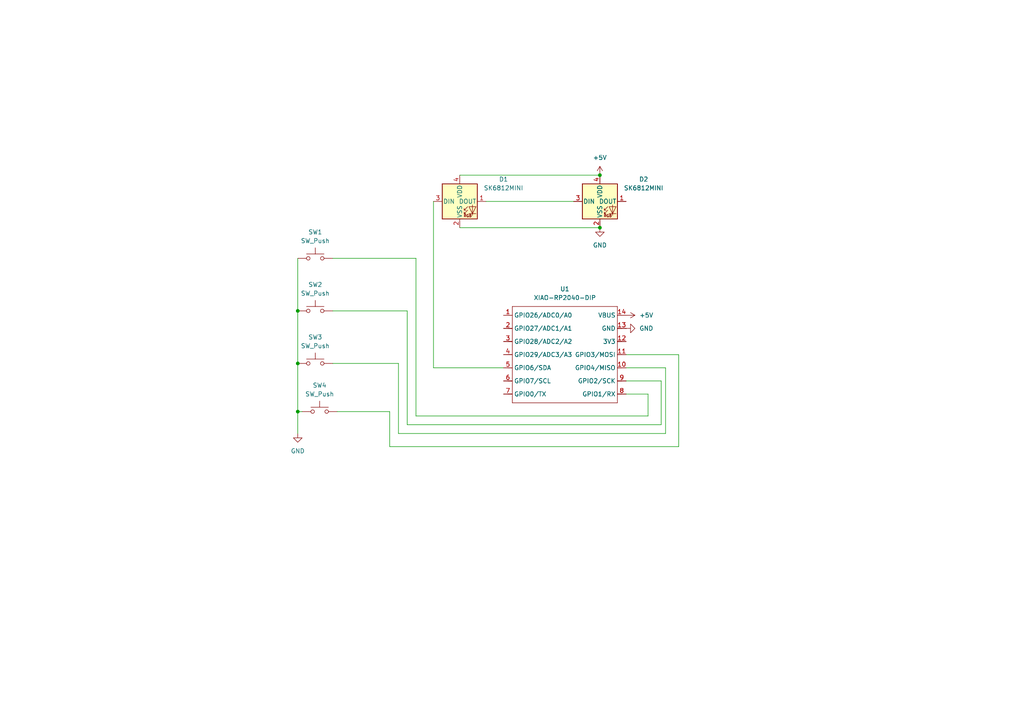
<source format=kicad_sch>
(kicad_sch (version 20250114) (generator "eeschema") (generator_version "9.0")
  (paper "A4")
  (lib_symbols
    (symbol "LED:SK6812MINI" (pin_names (offset 0.254))
      (property "Reference" "D" (at 5.08 5.715 0))
      (property "Value" "SK6812MINI" (at 1.27 -5.715 0))
      (symbol "SK6812MINI_0_0"
        (text "RGB" (at 2.286 -4.191 0) (effects (font (size 0.762 0.762))))
      )
      (symbol "SK6812MINI_0_1"
        (polyline (pts (xy 1.27 -2.54) (xy 1.778 -2.54)))
        (polyline (pts (xy 1.27 -3.556) (xy 1.778 -3.556)))
        (polyline (pts (xy 2.286 -1.524) (xy 1.27 -2.54) (xy 1.27 -2.032)))
        (polyline (pts (xy 2.286 -2.54) (xy 1.27 -3.556) (xy 1.27 -3.048)))
        (polyline (pts (xy 3.683 -1.016) (xy 3.683 -3.556) (xy 3.683 -4.064)))
        (polyline (pts (xy 4.699 -1.524) (xy 2.667 -1.524) (xy 3.683 -3.556) (xy 4.699 -1.524)))
        (polyline (pts (xy 4.699 -3.556) (xy 2.667 -3.556)))
        (rectangle (start 5.08 5.08) (end -5.08 -5.08) (stroke (width 0.254)) (fill (type background)))
      )
      (symbol "SK6812MINI_1_1"
        (pin input line (at -7.62 0 0) (length 2.54) (name "DIN") (number "3"))
        (pin power_in line (at 0 7.62 270) (length 2.54) (name "VDD") (number "4"))
        (pin power_in line (at 0 -7.62 90) (length 2.54) (name "VSS") (number "2"))
        (pin output line (at 7.62 0 180) (length 2.54) (name "DOUT") (number "1"))
      )
    )
    (symbol "OPL Library:XIAO-RP2040-DIP"
      (property "Reference" "U" (at 0 0 0))
      (property "Value" "XIAO-RP2040-DIP" (at 5.334 -1.778 0))
      (symbol "XIAO-RP2040-DIP_1_0"
        (polyline (pts (xy -1.27 -2.54) (xy 29.21 -2.54)) (stroke (width 0.1524)))
        (polyline (pts (xy -1.27 -5.08) (xy -2.54 -5.08)) (stroke (width 0.1524)))
        (polyline (pts (xy -1.27 -5.08) (xy -1.27 -2.54)) (stroke (width 0.1524)))
        (polyline (pts (xy -1.27 -8.89) (xy -2.54 -8.89)) (stroke (width 0.1524)))
        (polyline (pts (xy -1.27 -8.89) (xy -1.27 -5.08)) (stroke (width 0.1524)))
        (polyline (pts (xy -1.27 -12.7) (xy -2.54 -12.7)) (stroke (width 0.1524)))
        (polyline (pts (xy -1.27 -12.7) (xy -1.27 -8.89)) (stroke (width 0.1524)))
        (polyline (pts (xy -1.27 -16.51) (xy -2.54 -16.51)) (stroke (width 0.1524)))
        (polyline (pts (xy -1.27 -16.51) (xy -1.27 -12.7)) (stroke (width 0.1524)))
        (polyline (pts (xy -1.27 -20.32) (xy -2.54 -20.32)) (stroke (width 0.1524)))
        (polyline (pts (xy -1.27 -24.13) (xy -2.54 -24.13)) (stroke (width 0.1524)))
        (polyline (pts (xy -1.27 -27.94) (xy -2.54 -27.94)) (stroke (width 0.1524)))
        (polyline (pts (xy -1.27 -30.48) (xy -1.27 -16.51)) (stroke (width 0.1524)))
        (polyline (pts (xy 29.21 -2.54) (xy 29.21 -5.08)) (stroke (width 0.1524)))
        (polyline (pts (xy 29.21 -5.08) (xy 29.21 -8.89)) (stroke (width 0.1524)))
        (polyline (pts (xy 29.21 -8.89) (xy 29.21 -12.7)) (stroke (width 0.1524)))
        (polyline (pts (xy 29.21 -12.7) (xy 29.21 -30.48)) (stroke (width 0.1524)))
        (polyline (pts (xy 29.21 -30.48) (xy -1.27 -30.48)) (stroke (width 0.1524)))
        (polyline (pts (xy 30.48 -5.08) (xy 29.21 -5.08)) (stroke (width 0.1524)))
        (polyline (pts (xy 30.48 -8.89) (xy 29.21 -8.89)) (stroke (width 0.1524)))
        (polyline (pts (xy 30.48 -12.7) (xy 29.21 -12.7)) (stroke (width 0.1524)))
        (polyline (pts (xy 30.48 -16.51) (xy 29.21 -16.51)) (stroke (width 0.1524)))
        (polyline (pts (xy 30.48 -20.32) (xy 29.21 -20.32)) (stroke (width 0.1524)))
        (polyline (pts (xy 30.48 -24.13) (xy 29.21 -24.13)) (stroke (width 0.1524)))
        (polyline (pts (xy 30.48 -27.94) (xy 29.21 -27.94)) (stroke (width 0.1524)))
        (pin passive line (at -3.81 -5.08 0) (length 2.54) (name "GPIO26/ADC0/A0") (number "1"))
        (pin passive line (at -3.81 -8.89 0) (length 2.54) (name "GPIO27/ADC1/A1") (number "2"))
        (pin passive line (at -3.81 -12.7 0) (length 2.54) (name "GPIO28/ADC2/A2") (number "3"))
        (pin passive line (at -3.81 -16.51 0) (length 2.54) (name "GPIO29/ADC3/A3") (number "4"))
        (pin passive line (at -3.81 -20.32 0) (length 2.54) (name "GPIO6/SDA") (number "5"))
        (pin passive line (at -3.81 -24.13 0) (length 2.54) (name "GPIO7/SCL") (number "6"))
        (pin passive line (at -3.81 -27.94 0) (length 2.54) (name "GPIO0/TX") (number "7"))
        (pin passive line (at 31.75 -5.08 180) (length 2.54) (name "VBUS") (number "14"))
        (pin passive line (at 31.75 -8.89 180) (length 2.54) (name "GND") (number "13"))
        (pin passive line (at 31.75 -12.7 180) (length 2.54) (name "3V3") (number "12"))
        (pin passive line (at 31.75 -16.51 180) (length 2.54) (name "GPIO3/MOSI") (number "11"))
        (pin passive line (at 31.75 -20.32 180) (length 2.54) (name "GPIO4/MISO") (number "10"))
        (pin passive line (at 31.75 -24.13 180) (length 2.54) (name "GPIO2/SCK") (number "9"))
        (pin passive line (at 31.75 -27.94 180) (length 2.54) (name "GPIO1/RX") (number "8"))
      )
    )
    (symbol "Switch:SW_Push" (pin_numbers (hide yes)) (pin_names (offset 1.016) (hide yes))
      (property "Reference" "SW" (at 1.27 2.54 0))
      (property "Value" "SW_Push" (at 0 -1.524 0))
      (symbol "SW_Push_0_1"
        (circle (center -2.032 0) (radius 0.508))
        (polyline (pts (xy 0 1.27) (xy 0 3.048)))
        (circle (center 2.032 0) (radius 0.508))
        (polyline (pts (xy 2.54 1.27) (xy -2.54 1.27)))
        (pin passive line (at -5.08 0 0) (length 2.54) (name "1") (number "1"))
        (pin passive line (at 5.08 0 180) (length 2.54) (name "2") (number "2"))
      )
    )
    (symbol "power:+5V" (power) (pin_numbers (hide yes)) (pin_names (offset 0) (hide yes))
      (property "Value" "+5V" (at 0 3.556 0))
      (symbol "+5V_0_1"
        (polyline (pts (xy -0.762 1.27) (xy 0 2.54)))
        (polyline (pts (xy 0 2.54) (xy 0.762 1.27)))
        (polyline (pts (xy 0 0) (xy 0 2.54)))
      )
      (symbol "+5V_1_1"
        (pin power_in line (at 0 0 90) (length 0) (name "~") (number "1"))
      )
    )
    (symbol "power:GND" (power) (pin_numbers (hide yes)) (pin_names (offset 0) (hide yes))
      (property "Value" "GND" (at 0 -3.81 0))
      (symbol "GND_0_1"
        (polyline (pts (xy 0 0) (xy 0 -1.27) (xy 1.27 -1.27) (xy 0 -2.54) (xy -1.27 -1.27) (xy 0 -1.27)))
      )
      (symbol "GND_1_1"
        (pin power_in line (at 0 0 270) (length 0) (name "~") (number "1"))
      )
    )
  )
  (junction (at 86.36 119.38))
  (junction (at 86.36 90.17))
  (junction (at 86.36 105.41))
  (junction (at 173.99 66.04))
  (junction (at 173.99 50.8))
  (wire (pts (xy 96.52 105.41) (xy 115.57 105.41)))
  (wire (pts (xy 118.11 90.17) (xy 118.11 123.19)))
  (wire (pts (xy 187.96 114.3) (xy 181.61 114.3)))
  (wire (pts (xy 97.79 119.38) (xy 113.03 119.38)))
  (wire (pts (xy 125.73 106.68) (xy 146.05 106.68)))
  (wire (pts (xy 115.57 105.41) (xy 115.57 125.73)))
  (wire (pts (xy 181.61 106.68) (xy 193.04 106.68)))
  (wire (pts (xy 120.65 74.93) (xy 120.65 120.65)))
  (wire (pts (xy 118.11 123.19) (xy 191.77 123.19)))
  (wire (pts (xy 113.03 119.38) (xy 113.03 129.54)))
  (wire (pts (xy 191.77 110.49) (xy 181.61 110.49)))
  (wire (pts (xy 115.57 125.73) (xy 193.04 125.73)))
  (wire (pts (xy 191.77 123.19) (xy 191.77 110.49)))
  (wire (pts (xy 86.36 105.41) (xy 86.36 119.38)))
  (wire (pts (xy 86.36 90.17) (xy 86.36 105.41)))
  (wire (pts (xy 187.96 120.65) (xy 187.96 114.3)))
  (wire (pts (xy 196.85 129.54) (xy 196.85 102.87)))
  (wire (pts (xy 133.35 66.04) (xy 173.99 66.04)))
  (wire (pts (xy 96.52 74.93) (xy 120.65 74.93)))
  (wire (pts (xy 96.52 90.17) (xy 118.11 90.17)))
  (wire (pts (xy 140.97 58.42) (xy 166.37 58.42)))
  (wire (pts (xy 86.36 119.38) (xy 87.63 119.38)))
  (wire (pts (xy 125.73 58.42) (xy 125.73 106.68)))
  (wire (pts (xy 86.36 119.38) (xy 86.36 125.73)))
  (wire (pts (xy 120.65 120.65) (xy 187.96 120.65)))
  (wire (pts (xy 196.85 102.87) (xy 181.61 102.87)))
  (wire (pts (xy 86.36 74.93) (xy 86.36 90.17)))
  (wire (pts (xy 133.35 50.8) (xy 173.99 50.8)))
  (wire (pts (xy 193.04 125.73) (xy 193.04 106.68)))
  (wire (pts (xy 113.03 129.54) (xy 196.85 129.54)))
  (symbol (lib_id "OPL Library:XIAO-RP2040-DIP") (at 149.86 86.36 0) (unit 1)
    (property "Reference" "U1" (at 163.83 83.82 0))
    (property "Value" "XIAO-RP2040-DIP" (at 163.83 86.36 0))
    (property "Footprint" "OPL Lib:XIAO-RP2040-DIP" (effects (hide yes)))
  )
  (symbol (lib_id "power:+5V") (at 181.61 91.44 270) (unit 1)
    (property "Reference" "#PWR02" (effects (hide yes)))
    (property "Value" "+5V" (at 185.42 91.4399 90) (effects (justify left)))
    (property "Description" "Power symbol creates a global label with name \"+5V\"" (effects (hide yes)))
  )
  (symbol (lib_id "LED:SK6812MINI") (at 173.99 58.42 0) (unit 1)
    (property "Reference" "D2" (at 186.69 51.9998 0))
    (property "Value" "SK6812MINI" (at 186.69 54.5398 0))
    (property "Footprint" "LED_SMD:LED_SK6812MINI_PLCC4_3.5x3.5mm_P1.75mm" (effects (hide yes)))
    (property "Datasheet" "https://cdn-shop.adafruit.com/product-files/2686/SK6812MINI_REV.01-1-2.pdf" (effects (hide yes)))
    (property "Description" "RGB LED with integrated controller" (effects (hide yes)))
  )
  (symbol (lib_id "power:GND") (at 181.61 95.25 90) (unit 1)
    (property "Reference" "#PWR01" (effects (hide yes)))
    (property "Value" "GND" (at 185.42 95.2499 90) (effects (justify right)))
    (property "Description" "Power symbol creates a global label with name \"GND\" , ground" (effects (hide yes)))
  )
  (symbol (lib_id "Switch:SW_Push") (at 92.71 119.38 0) (unit 1)
    (property "Reference" "SW4" (at 92.71 111.76 0))
    (property "Value" "SW_Push" (at 92.71 114.3 0))
    (property "Footprint" "Button_Switch_Keyboard:SW_Cherry_MX_1.00u_PCB" (effects (hide yes)))
    (property "Description" "Push button switch, generic, two pins" (effects (hide yes)))
  )
  (symbol (lib_id "Switch:SW_Push") (at 91.44 74.93 0) (unit 1)
    (property "Reference" "SW1" (at 91.44 67.31 0))
    (property "Value" "SW_Push" (at 91.44 69.85 0))
    (property "Footprint" "Button_Switch_Keyboard:SW_Cherry_MX_1.00u_PCB" (effects (hide yes)))
    (property "Description" "Push button switch, generic, two pins" (effects (hide yes)))
  )
  (symbol (lib_id "power:GND") (at 173.99 66.04 0) (unit 1)
    (property "Reference" "#PWR03" (effects (hide yes)))
    (property "Value" "GND" (at 173.99 71.12 0))
    (property "Description" "Power symbol creates a global label with name \"GND\" , ground" (effects (hide yes)))
  )
  (symbol (lib_id "power:GND") (at 86.36 125.73 0) (unit 1)
    (property "Reference" "#PWR05" (effects (hide yes)))
    (property "Value" "GND" (at 86.36 130.81 0))
    (property "Description" "Power symbol creates a global label with name \"GND\" , ground" (effects (hide yes)))
  )
  (symbol (lib_id "Switch:SW_Push") (at 91.44 90.17 0) (unit 1)
    (property "Reference" "SW2" (at 91.44 82.55 0))
    (property "Value" "SW_Push" (at 91.44 85.09 0))
    (property "Footprint" "Button_Switch_Keyboard:SW_Cherry_MX_1.00u_PCB" (effects (hide yes)))
    (property "Description" "Push button switch, generic, two pins" (effects (hide yes)))
  )
  (symbol (lib_id "LED:SK6812MINI") (at 133.35 58.42 0) (unit 1)
    (property "Reference" "D1" (at 146.05 51.9998 0))
    (property "Value" "SK6812MINI" (at 146.05 54.5398 0))
    (property "Footprint" "LED_SMD:LED_SK6812MINI_PLCC4_3.5x3.5mm_P1.75mm" (effects (hide yes)))
    (property "Datasheet" "https://cdn-shop.adafruit.com/product-files/2686/SK6812MINI_REV.01-1-2.pdf" (effects (hide yes)))
    (property "Description" "RGB LED with integrated controller" (effects (hide yes)))
  )
  (symbol (lib_id "power:+5V") (at 173.99 50.8 0) (unit 1)
    (property "Reference" "#PWR04" (effects (hide yes)))
    (property "Value" "+5V" (at 173.99 45.72 0))
    (property "Description" "Power symbol creates a global label with name \"+5V\"" (effects (hide yes)))
  )
  (symbol (lib_id "Switch:SW_Push") (at 91.44 105.41 0) (unit 1)
    (property "Reference" "SW3" (at 91.44 97.79 0))
    (property "Value" "SW_Push" (at 91.44 100.33 0))
    (property "Footprint" "Button_Switch_Keyboard:SW_Cherry_MX_1.00u_PCB" (effects (hide yes)))
    (property "Description" "Push button switch, generic, two pins" (effects (hide yes)))
  )
)
</source>
